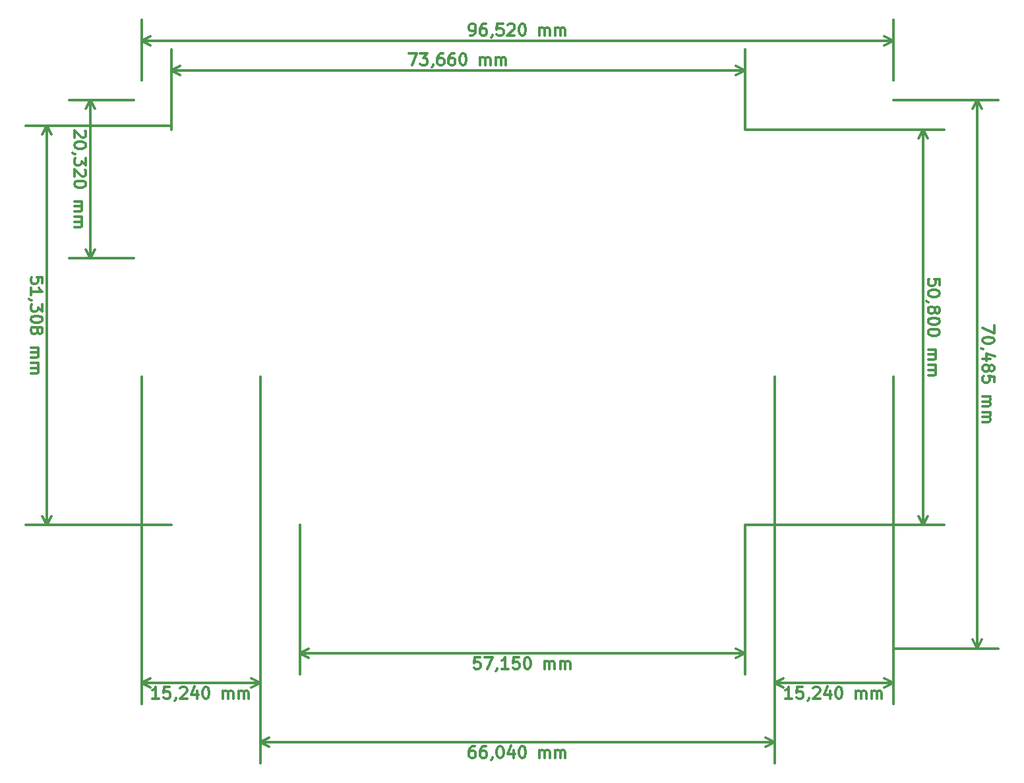
<source format=gbr>
%TF.GenerationSoftware,KiCad,Pcbnew,4.0.2+dfsg1-stable*%
%TF.CreationDate,2019-06-17T11:56:57+02:00*%
%TF.ProjectId,usbavrfloppy,757362617672666C6F7070792E6B6963,rev?*%
%TF.FileFunction,Other,User*%
%FSLAX46Y46*%
G04 Gerber Fmt 4.6, Leading zero omitted, Abs format (unit mm)*
G04 Created by KiCad (PCBNEW 4.0.2+dfsg1-stable) date lun 17 giu 2019 11:56:57 CEST*
%MOMM*%
G01*
G04 APERTURE LIST*
%ADD10C,0.100000*%
%ADD11C,0.300000*%
G04 APERTURE END LIST*
D10*
D11*
X91419429Y-81947430D02*
X91419429Y-81233144D01*
X90705143Y-81161715D01*
X90776571Y-81233144D01*
X90848000Y-81376001D01*
X90848000Y-81733144D01*
X90776571Y-81876001D01*
X90705143Y-81947430D01*
X90562286Y-82018858D01*
X90205143Y-82018858D01*
X90062286Y-81947430D01*
X89990857Y-81876001D01*
X89919429Y-81733144D01*
X89919429Y-81376001D01*
X89990857Y-81233144D01*
X90062286Y-81161715D01*
X89919429Y-83447429D02*
X89919429Y-82590286D01*
X89919429Y-83018858D02*
X91419429Y-83018858D01*
X91205143Y-82876001D01*
X91062286Y-82733143D01*
X90990857Y-82590286D01*
X89990857Y-84161714D02*
X89919429Y-84161714D01*
X89776571Y-84090286D01*
X89705143Y-84018857D01*
X91419429Y-84661715D02*
X91419429Y-85590286D01*
X90848000Y-85090286D01*
X90848000Y-85304572D01*
X90776571Y-85447429D01*
X90705143Y-85518858D01*
X90562286Y-85590286D01*
X90205143Y-85590286D01*
X90062286Y-85518858D01*
X89990857Y-85447429D01*
X89919429Y-85304572D01*
X89919429Y-84876000D01*
X89990857Y-84733143D01*
X90062286Y-84661715D01*
X91419429Y-86518857D02*
X91419429Y-86661714D01*
X91348000Y-86804571D01*
X91276571Y-86876000D01*
X91133714Y-86947429D01*
X90848000Y-87018857D01*
X90490857Y-87018857D01*
X90205143Y-86947429D01*
X90062286Y-86876000D01*
X89990857Y-86804571D01*
X89919429Y-86661714D01*
X89919429Y-86518857D01*
X89990857Y-86376000D01*
X90062286Y-86304571D01*
X90205143Y-86233143D01*
X90490857Y-86161714D01*
X90848000Y-86161714D01*
X91133714Y-86233143D01*
X91276571Y-86304571D01*
X91348000Y-86376000D01*
X91419429Y-86518857D01*
X90776571Y-87876000D02*
X90848000Y-87733142D01*
X90919429Y-87661714D01*
X91062286Y-87590285D01*
X91133714Y-87590285D01*
X91276571Y-87661714D01*
X91348000Y-87733142D01*
X91419429Y-87876000D01*
X91419429Y-88161714D01*
X91348000Y-88304571D01*
X91276571Y-88376000D01*
X91133714Y-88447428D01*
X91062286Y-88447428D01*
X90919429Y-88376000D01*
X90848000Y-88304571D01*
X90776571Y-88161714D01*
X90776571Y-87876000D01*
X90705143Y-87733142D01*
X90633714Y-87661714D01*
X90490857Y-87590285D01*
X90205143Y-87590285D01*
X90062286Y-87661714D01*
X89990857Y-87733142D01*
X89919429Y-87876000D01*
X89919429Y-88161714D01*
X89990857Y-88304571D01*
X90062286Y-88376000D01*
X90205143Y-88447428D01*
X90490857Y-88447428D01*
X90633714Y-88376000D01*
X90705143Y-88304571D01*
X90776571Y-88161714D01*
X89919429Y-90233142D02*
X90919429Y-90233142D01*
X90776571Y-90233142D02*
X90848000Y-90304570D01*
X90919429Y-90447428D01*
X90919429Y-90661713D01*
X90848000Y-90804570D01*
X90705143Y-90875999D01*
X89919429Y-90875999D01*
X90705143Y-90875999D02*
X90848000Y-90947428D01*
X90919429Y-91090285D01*
X90919429Y-91304570D01*
X90848000Y-91447428D01*
X90705143Y-91518856D01*
X89919429Y-91518856D01*
X89919429Y-92233142D02*
X90919429Y-92233142D01*
X90776571Y-92233142D02*
X90848000Y-92304570D01*
X90919429Y-92447428D01*
X90919429Y-92661713D01*
X90848000Y-92804570D01*
X90705143Y-92875999D01*
X89919429Y-92875999D01*
X90705143Y-92875999D02*
X90848000Y-92947428D01*
X90919429Y-93090285D01*
X90919429Y-93304570D01*
X90848000Y-93447428D01*
X90705143Y-93518856D01*
X89919429Y-93518856D01*
X91948000Y-61722000D02*
X91948000Y-113030000D01*
X107950000Y-61722000D02*
X89248000Y-61722000D01*
X107950000Y-113030000D02*
X89248000Y-113030000D01*
X91948000Y-113030000D02*
X91361579Y-111903496D01*
X91948000Y-113030000D02*
X92534421Y-111903496D01*
X91948000Y-61722000D02*
X91361579Y-62848504D01*
X91948000Y-61722000D02*
X92534421Y-62848504D01*
X146900001Y-141498571D02*
X146614287Y-141498571D01*
X146471430Y-141570000D01*
X146400001Y-141641429D01*
X146257144Y-141855714D01*
X146185715Y-142141429D01*
X146185715Y-142712857D01*
X146257144Y-142855714D01*
X146328572Y-142927143D01*
X146471430Y-142998571D01*
X146757144Y-142998571D01*
X146900001Y-142927143D01*
X146971430Y-142855714D01*
X147042858Y-142712857D01*
X147042858Y-142355714D01*
X146971430Y-142212857D01*
X146900001Y-142141429D01*
X146757144Y-142070000D01*
X146471430Y-142070000D01*
X146328572Y-142141429D01*
X146257144Y-142212857D01*
X146185715Y-142355714D01*
X148328572Y-141498571D02*
X148042858Y-141498571D01*
X147900001Y-141570000D01*
X147828572Y-141641429D01*
X147685715Y-141855714D01*
X147614286Y-142141429D01*
X147614286Y-142712857D01*
X147685715Y-142855714D01*
X147757143Y-142927143D01*
X147900001Y-142998571D01*
X148185715Y-142998571D01*
X148328572Y-142927143D01*
X148400001Y-142855714D01*
X148471429Y-142712857D01*
X148471429Y-142355714D01*
X148400001Y-142212857D01*
X148328572Y-142141429D01*
X148185715Y-142070000D01*
X147900001Y-142070000D01*
X147757143Y-142141429D01*
X147685715Y-142212857D01*
X147614286Y-142355714D01*
X149185714Y-142927143D02*
X149185714Y-142998571D01*
X149114286Y-143141429D01*
X149042857Y-143212857D01*
X150114286Y-141498571D02*
X150257143Y-141498571D01*
X150400000Y-141570000D01*
X150471429Y-141641429D01*
X150542858Y-141784286D01*
X150614286Y-142070000D01*
X150614286Y-142427143D01*
X150542858Y-142712857D01*
X150471429Y-142855714D01*
X150400000Y-142927143D01*
X150257143Y-142998571D01*
X150114286Y-142998571D01*
X149971429Y-142927143D01*
X149900000Y-142855714D01*
X149828572Y-142712857D01*
X149757143Y-142427143D01*
X149757143Y-142070000D01*
X149828572Y-141784286D01*
X149900000Y-141641429D01*
X149971429Y-141570000D01*
X150114286Y-141498571D01*
X151900000Y-141998571D02*
X151900000Y-142998571D01*
X151542857Y-141427143D02*
X151185714Y-142498571D01*
X152114286Y-142498571D01*
X152971428Y-141498571D02*
X153114285Y-141498571D01*
X153257142Y-141570000D01*
X153328571Y-141641429D01*
X153400000Y-141784286D01*
X153471428Y-142070000D01*
X153471428Y-142427143D01*
X153400000Y-142712857D01*
X153328571Y-142855714D01*
X153257142Y-142927143D01*
X153114285Y-142998571D01*
X152971428Y-142998571D01*
X152828571Y-142927143D01*
X152757142Y-142855714D01*
X152685714Y-142712857D01*
X152614285Y-142427143D01*
X152614285Y-142070000D01*
X152685714Y-141784286D01*
X152757142Y-141641429D01*
X152828571Y-141570000D01*
X152971428Y-141498571D01*
X155257142Y-142998571D02*
X155257142Y-141998571D01*
X155257142Y-142141429D02*
X155328570Y-142070000D01*
X155471428Y-141998571D01*
X155685713Y-141998571D01*
X155828570Y-142070000D01*
X155899999Y-142212857D01*
X155899999Y-142998571D01*
X155899999Y-142212857D02*
X155971428Y-142070000D01*
X156114285Y-141998571D01*
X156328570Y-141998571D01*
X156471428Y-142070000D01*
X156542856Y-142212857D01*
X156542856Y-142998571D01*
X157257142Y-142998571D02*
X157257142Y-141998571D01*
X157257142Y-142141429D02*
X157328570Y-142070000D01*
X157471428Y-141998571D01*
X157685713Y-141998571D01*
X157828570Y-142070000D01*
X157899999Y-142212857D01*
X157899999Y-142998571D01*
X157899999Y-142212857D02*
X157971428Y-142070000D01*
X158114285Y-141998571D01*
X158328570Y-141998571D01*
X158471428Y-142070000D01*
X158542856Y-142212857D01*
X158542856Y-142998571D01*
X185420000Y-140970000D02*
X119380000Y-140970000D01*
X185420000Y-128905000D02*
X185420000Y-143670000D01*
X119380000Y-128905000D02*
X119380000Y-143670000D01*
X119380000Y-140970000D02*
X120506504Y-140383579D01*
X119380000Y-140970000D02*
X120506504Y-141556421D01*
X185420000Y-140970000D02*
X184293496Y-140383579D01*
X185420000Y-140970000D02*
X184293496Y-141556421D01*
X187682858Y-135378571D02*
X186825715Y-135378571D01*
X187254287Y-135378571D02*
X187254287Y-133878571D01*
X187111430Y-134092857D01*
X186968572Y-134235714D01*
X186825715Y-134307143D01*
X189040001Y-133878571D02*
X188325715Y-133878571D01*
X188254286Y-134592857D01*
X188325715Y-134521429D01*
X188468572Y-134450000D01*
X188825715Y-134450000D01*
X188968572Y-134521429D01*
X189040001Y-134592857D01*
X189111429Y-134735714D01*
X189111429Y-135092857D01*
X189040001Y-135235714D01*
X188968572Y-135307143D01*
X188825715Y-135378571D01*
X188468572Y-135378571D01*
X188325715Y-135307143D01*
X188254286Y-135235714D01*
X189825714Y-135307143D02*
X189825714Y-135378571D01*
X189754286Y-135521429D01*
X189682857Y-135592857D01*
X190397143Y-134021429D02*
X190468572Y-133950000D01*
X190611429Y-133878571D01*
X190968572Y-133878571D01*
X191111429Y-133950000D01*
X191182858Y-134021429D01*
X191254286Y-134164286D01*
X191254286Y-134307143D01*
X191182858Y-134521429D01*
X190325715Y-135378571D01*
X191254286Y-135378571D01*
X192540000Y-134378571D02*
X192540000Y-135378571D01*
X192182857Y-133807143D02*
X191825714Y-134878571D01*
X192754286Y-134878571D01*
X193611428Y-133878571D02*
X193754285Y-133878571D01*
X193897142Y-133950000D01*
X193968571Y-134021429D01*
X194040000Y-134164286D01*
X194111428Y-134450000D01*
X194111428Y-134807143D01*
X194040000Y-135092857D01*
X193968571Y-135235714D01*
X193897142Y-135307143D01*
X193754285Y-135378571D01*
X193611428Y-135378571D01*
X193468571Y-135307143D01*
X193397142Y-135235714D01*
X193325714Y-135092857D01*
X193254285Y-134807143D01*
X193254285Y-134450000D01*
X193325714Y-134164286D01*
X193397142Y-134021429D01*
X193468571Y-133950000D01*
X193611428Y-133878571D01*
X195897142Y-135378571D02*
X195897142Y-134378571D01*
X195897142Y-134521429D02*
X195968570Y-134450000D01*
X196111428Y-134378571D01*
X196325713Y-134378571D01*
X196468570Y-134450000D01*
X196539999Y-134592857D01*
X196539999Y-135378571D01*
X196539999Y-134592857D02*
X196611428Y-134450000D01*
X196754285Y-134378571D01*
X196968570Y-134378571D01*
X197111428Y-134450000D01*
X197182856Y-134592857D01*
X197182856Y-135378571D01*
X197897142Y-135378571D02*
X197897142Y-134378571D01*
X197897142Y-134521429D02*
X197968570Y-134450000D01*
X198111428Y-134378571D01*
X198325713Y-134378571D01*
X198468570Y-134450000D01*
X198539999Y-134592857D01*
X198539999Y-135378571D01*
X198539999Y-134592857D02*
X198611428Y-134450000D01*
X198754285Y-134378571D01*
X198968570Y-134378571D01*
X199111428Y-134450000D01*
X199182856Y-134592857D01*
X199182856Y-135378571D01*
X200660000Y-133350000D02*
X185420000Y-133350000D01*
X200660000Y-93980000D02*
X200660000Y-136050000D01*
X185420000Y-93980000D02*
X185420000Y-136050000D01*
X185420000Y-133350000D02*
X186546504Y-132763579D01*
X185420000Y-133350000D02*
X186546504Y-133936421D01*
X200660000Y-133350000D02*
X199533496Y-132763579D01*
X200660000Y-133350000D02*
X199533496Y-133936421D01*
X106402858Y-135378571D02*
X105545715Y-135378571D01*
X105974287Y-135378571D02*
X105974287Y-133878571D01*
X105831430Y-134092857D01*
X105688572Y-134235714D01*
X105545715Y-134307143D01*
X107760001Y-133878571D02*
X107045715Y-133878571D01*
X106974286Y-134592857D01*
X107045715Y-134521429D01*
X107188572Y-134450000D01*
X107545715Y-134450000D01*
X107688572Y-134521429D01*
X107760001Y-134592857D01*
X107831429Y-134735714D01*
X107831429Y-135092857D01*
X107760001Y-135235714D01*
X107688572Y-135307143D01*
X107545715Y-135378571D01*
X107188572Y-135378571D01*
X107045715Y-135307143D01*
X106974286Y-135235714D01*
X108545714Y-135307143D02*
X108545714Y-135378571D01*
X108474286Y-135521429D01*
X108402857Y-135592857D01*
X109117143Y-134021429D02*
X109188572Y-133950000D01*
X109331429Y-133878571D01*
X109688572Y-133878571D01*
X109831429Y-133950000D01*
X109902858Y-134021429D01*
X109974286Y-134164286D01*
X109974286Y-134307143D01*
X109902858Y-134521429D01*
X109045715Y-135378571D01*
X109974286Y-135378571D01*
X111260000Y-134378571D02*
X111260000Y-135378571D01*
X110902857Y-133807143D02*
X110545714Y-134878571D01*
X111474286Y-134878571D01*
X112331428Y-133878571D02*
X112474285Y-133878571D01*
X112617142Y-133950000D01*
X112688571Y-134021429D01*
X112760000Y-134164286D01*
X112831428Y-134450000D01*
X112831428Y-134807143D01*
X112760000Y-135092857D01*
X112688571Y-135235714D01*
X112617142Y-135307143D01*
X112474285Y-135378571D01*
X112331428Y-135378571D01*
X112188571Y-135307143D01*
X112117142Y-135235714D01*
X112045714Y-135092857D01*
X111974285Y-134807143D01*
X111974285Y-134450000D01*
X112045714Y-134164286D01*
X112117142Y-134021429D01*
X112188571Y-133950000D01*
X112331428Y-133878571D01*
X114617142Y-135378571D02*
X114617142Y-134378571D01*
X114617142Y-134521429D02*
X114688570Y-134450000D01*
X114831428Y-134378571D01*
X115045713Y-134378571D01*
X115188570Y-134450000D01*
X115259999Y-134592857D01*
X115259999Y-135378571D01*
X115259999Y-134592857D02*
X115331428Y-134450000D01*
X115474285Y-134378571D01*
X115688570Y-134378571D01*
X115831428Y-134450000D01*
X115902856Y-134592857D01*
X115902856Y-135378571D01*
X116617142Y-135378571D02*
X116617142Y-134378571D01*
X116617142Y-134521429D02*
X116688570Y-134450000D01*
X116831428Y-134378571D01*
X117045713Y-134378571D01*
X117188570Y-134450000D01*
X117259999Y-134592857D01*
X117259999Y-135378571D01*
X117259999Y-134592857D02*
X117331428Y-134450000D01*
X117474285Y-134378571D01*
X117688570Y-134378571D01*
X117831428Y-134450000D01*
X117902856Y-134592857D01*
X117902856Y-135378571D01*
X119380000Y-133350000D02*
X104140000Y-133350000D01*
X119380000Y-93980000D02*
X119380000Y-136050000D01*
X104140000Y-93980000D02*
X104140000Y-136050000D01*
X104140000Y-133350000D02*
X105266504Y-132763579D01*
X104140000Y-133350000D02*
X105266504Y-133936421D01*
X119380000Y-133350000D02*
X118253496Y-132763579D01*
X119380000Y-133350000D02*
X118253496Y-133936421D01*
X213626429Y-87376787D02*
X213626429Y-88376787D01*
X212126429Y-87733930D01*
X213626429Y-89233929D02*
X213626429Y-89376786D01*
X213555000Y-89519643D01*
X213483571Y-89591072D01*
X213340714Y-89662501D01*
X213055000Y-89733929D01*
X212697857Y-89733929D01*
X212412143Y-89662501D01*
X212269286Y-89591072D01*
X212197857Y-89519643D01*
X212126429Y-89376786D01*
X212126429Y-89233929D01*
X212197857Y-89091072D01*
X212269286Y-89019643D01*
X212412143Y-88948215D01*
X212697857Y-88876786D01*
X213055000Y-88876786D01*
X213340714Y-88948215D01*
X213483571Y-89019643D01*
X213555000Y-89091072D01*
X213626429Y-89233929D01*
X212197857Y-90448214D02*
X212126429Y-90448214D01*
X211983571Y-90376786D01*
X211912143Y-90305357D01*
X213126429Y-91733929D02*
X212126429Y-91733929D01*
X213697857Y-91376786D02*
X212626429Y-91019643D01*
X212626429Y-91948215D01*
X212983571Y-92733929D02*
X213055000Y-92591071D01*
X213126429Y-92519643D01*
X213269286Y-92448214D01*
X213340714Y-92448214D01*
X213483571Y-92519643D01*
X213555000Y-92591071D01*
X213626429Y-92733929D01*
X213626429Y-93019643D01*
X213555000Y-93162500D01*
X213483571Y-93233929D01*
X213340714Y-93305357D01*
X213269286Y-93305357D01*
X213126429Y-93233929D01*
X213055000Y-93162500D01*
X212983571Y-93019643D01*
X212983571Y-92733929D01*
X212912143Y-92591071D01*
X212840714Y-92519643D01*
X212697857Y-92448214D01*
X212412143Y-92448214D01*
X212269286Y-92519643D01*
X212197857Y-92591071D01*
X212126429Y-92733929D01*
X212126429Y-93019643D01*
X212197857Y-93162500D01*
X212269286Y-93233929D01*
X212412143Y-93305357D01*
X212697857Y-93305357D01*
X212840714Y-93233929D01*
X212912143Y-93162500D01*
X212983571Y-93019643D01*
X213626429Y-94662500D02*
X213626429Y-93948214D01*
X212912143Y-93876785D01*
X212983571Y-93948214D01*
X213055000Y-94091071D01*
X213055000Y-94448214D01*
X212983571Y-94591071D01*
X212912143Y-94662500D01*
X212769286Y-94733928D01*
X212412143Y-94733928D01*
X212269286Y-94662500D01*
X212197857Y-94591071D01*
X212126429Y-94448214D01*
X212126429Y-94091071D01*
X212197857Y-93948214D01*
X212269286Y-93876785D01*
X212126429Y-96519642D02*
X213126429Y-96519642D01*
X212983571Y-96519642D02*
X213055000Y-96591070D01*
X213126429Y-96733928D01*
X213126429Y-96948213D01*
X213055000Y-97091070D01*
X212912143Y-97162499D01*
X212126429Y-97162499D01*
X212912143Y-97162499D02*
X213055000Y-97233928D01*
X213126429Y-97376785D01*
X213126429Y-97591070D01*
X213055000Y-97733928D01*
X212912143Y-97805356D01*
X212126429Y-97805356D01*
X212126429Y-98519642D02*
X213126429Y-98519642D01*
X212983571Y-98519642D02*
X213055000Y-98591070D01*
X213126429Y-98733928D01*
X213126429Y-98948213D01*
X213055000Y-99091070D01*
X212912143Y-99162499D01*
X212126429Y-99162499D01*
X212912143Y-99162499D02*
X213055000Y-99233928D01*
X213126429Y-99376785D01*
X213126429Y-99591070D01*
X213055000Y-99733928D01*
X212912143Y-99805356D01*
X212126429Y-99805356D01*
X211455000Y-58420000D02*
X211455000Y-128905000D01*
X200660000Y-58420000D02*
X214155000Y-58420000D01*
X200660000Y-128905000D02*
X214155000Y-128905000D01*
X211455000Y-128905000D02*
X210868579Y-127778496D01*
X211455000Y-128905000D02*
X212041421Y-127778496D01*
X211455000Y-58420000D02*
X210868579Y-59546504D01*
X211455000Y-58420000D02*
X212041421Y-59546504D01*
X206641429Y-82201430D02*
X206641429Y-81487144D01*
X205927143Y-81415715D01*
X205998571Y-81487144D01*
X206070000Y-81630001D01*
X206070000Y-81987144D01*
X205998571Y-82130001D01*
X205927143Y-82201430D01*
X205784286Y-82272858D01*
X205427143Y-82272858D01*
X205284286Y-82201430D01*
X205212857Y-82130001D01*
X205141429Y-81987144D01*
X205141429Y-81630001D01*
X205212857Y-81487144D01*
X205284286Y-81415715D01*
X206641429Y-83201429D02*
X206641429Y-83344286D01*
X206570000Y-83487143D01*
X206498571Y-83558572D01*
X206355714Y-83630001D01*
X206070000Y-83701429D01*
X205712857Y-83701429D01*
X205427143Y-83630001D01*
X205284286Y-83558572D01*
X205212857Y-83487143D01*
X205141429Y-83344286D01*
X205141429Y-83201429D01*
X205212857Y-83058572D01*
X205284286Y-82987143D01*
X205427143Y-82915715D01*
X205712857Y-82844286D01*
X206070000Y-82844286D01*
X206355714Y-82915715D01*
X206498571Y-82987143D01*
X206570000Y-83058572D01*
X206641429Y-83201429D01*
X205212857Y-84415714D02*
X205141429Y-84415714D01*
X204998571Y-84344286D01*
X204927143Y-84272857D01*
X205998571Y-85272858D02*
X206070000Y-85130000D01*
X206141429Y-85058572D01*
X206284286Y-84987143D01*
X206355714Y-84987143D01*
X206498571Y-85058572D01*
X206570000Y-85130000D01*
X206641429Y-85272858D01*
X206641429Y-85558572D01*
X206570000Y-85701429D01*
X206498571Y-85772858D01*
X206355714Y-85844286D01*
X206284286Y-85844286D01*
X206141429Y-85772858D01*
X206070000Y-85701429D01*
X205998571Y-85558572D01*
X205998571Y-85272858D01*
X205927143Y-85130000D01*
X205855714Y-85058572D01*
X205712857Y-84987143D01*
X205427143Y-84987143D01*
X205284286Y-85058572D01*
X205212857Y-85130000D01*
X205141429Y-85272858D01*
X205141429Y-85558572D01*
X205212857Y-85701429D01*
X205284286Y-85772858D01*
X205427143Y-85844286D01*
X205712857Y-85844286D01*
X205855714Y-85772858D01*
X205927143Y-85701429D01*
X205998571Y-85558572D01*
X206641429Y-86772857D02*
X206641429Y-86915714D01*
X206570000Y-87058571D01*
X206498571Y-87130000D01*
X206355714Y-87201429D01*
X206070000Y-87272857D01*
X205712857Y-87272857D01*
X205427143Y-87201429D01*
X205284286Y-87130000D01*
X205212857Y-87058571D01*
X205141429Y-86915714D01*
X205141429Y-86772857D01*
X205212857Y-86630000D01*
X205284286Y-86558571D01*
X205427143Y-86487143D01*
X205712857Y-86415714D01*
X206070000Y-86415714D01*
X206355714Y-86487143D01*
X206498571Y-86558571D01*
X206570000Y-86630000D01*
X206641429Y-86772857D01*
X206641429Y-88201428D02*
X206641429Y-88344285D01*
X206570000Y-88487142D01*
X206498571Y-88558571D01*
X206355714Y-88630000D01*
X206070000Y-88701428D01*
X205712857Y-88701428D01*
X205427143Y-88630000D01*
X205284286Y-88558571D01*
X205212857Y-88487142D01*
X205141429Y-88344285D01*
X205141429Y-88201428D01*
X205212857Y-88058571D01*
X205284286Y-87987142D01*
X205427143Y-87915714D01*
X205712857Y-87844285D01*
X206070000Y-87844285D01*
X206355714Y-87915714D01*
X206498571Y-87987142D01*
X206570000Y-88058571D01*
X206641429Y-88201428D01*
X205141429Y-90487142D02*
X206141429Y-90487142D01*
X205998571Y-90487142D02*
X206070000Y-90558570D01*
X206141429Y-90701428D01*
X206141429Y-90915713D01*
X206070000Y-91058570D01*
X205927143Y-91129999D01*
X205141429Y-91129999D01*
X205927143Y-91129999D02*
X206070000Y-91201428D01*
X206141429Y-91344285D01*
X206141429Y-91558570D01*
X206070000Y-91701428D01*
X205927143Y-91772856D01*
X205141429Y-91772856D01*
X205141429Y-92487142D02*
X206141429Y-92487142D01*
X205998571Y-92487142D02*
X206070000Y-92558570D01*
X206141429Y-92701428D01*
X206141429Y-92915713D01*
X206070000Y-93058570D01*
X205927143Y-93129999D01*
X205141429Y-93129999D01*
X205927143Y-93129999D02*
X206070000Y-93201428D01*
X206141429Y-93344285D01*
X206141429Y-93558570D01*
X206070000Y-93701428D01*
X205927143Y-93772856D01*
X205141429Y-93772856D01*
X204470000Y-62230000D02*
X204470000Y-113030000D01*
X181610000Y-62230000D02*
X207170000Y-62230000D01*
X181610000Y-113030000D02*
X207170000Y-113030000D01*
X204470000Y-113030000D02*
X203883579Y-111903496D01*
X204470000Y-113030000D02*
X205056421Y-111903496D01*
X204470000Y-62230000D02*
X203883579Y-63356504D01*
X204470000Y-62230000D02*
X205056421Y-63356504D01*
X138494287Y-52438571D02*
X139494287Y-52438571D01*
X138851430Y-53938571D01*
X139922858Y-52438571D02*
X140851429Y-52438571D01*
X140351429Y-53010000D01*
X140565715Y-53010000D01*
X140708572Y-53081429D01*
X140780001Y-53152857D01*
X140851429Y-53295714D01*
X140851429Y-53652857D01*
X140780001Y-53795714D01*
X140708572Y-53867143D01*
X140565715Y-53938571D01*
X140137143Y-53938571D01*
X139994286Y-53867143D01*
X139922858Y-53795714D01*
X141565714Y-53867143D02*
X141565714Y-53938571D01*
X141494286Y-54081429D01*
X141422857Y-54152857D01*
X142851429Y-52438571D02*
X142565715Y-52438571D01*
X142422858Y-52510000D01*
X142351429Y-52581429D01*
X142208572Y-52795714D01*
X142137143Y-53081429D01*
X142137143Y-53652857D01*
X142208572Y-53795714D01*
X142280000Y-53867143D01*
X142422858Y-53938571D01*
X142708572Y-53938571D01*
X142851429Y-53867143D01*
X142922858Y-53795714D01*
X142994286Y-53652857D01*
X142994286Y-53295714D01*
X142922858Y-53152857D01*
X142851429Y-53081429D01*
X142708572Y-53010000D01*
X142422858Y-53010000D01*
X142280000Y-53081429D01*
X142208572Y-53152857D01*
X142137143Y-53295714D01*
X144280000Y-52438571D02*
X143994286Y-52438571D01*
X143851429Y-52510000D01*
X143780000Y-52581429D01*
X143637143Y-52795714D01*
X143565714Y-53081429D01*
X143565714Y-53652857D01*
X143637143Y-53795714D01*
X143708571Y-53867143D01*
X143851429Y-53938571D01*
X144137143Y-53938571D01*
X144280000Y-53867143D01*
X144351429Y-53795714D01*
X144422857Y-53652857D01*
X144422857Y-53295714D01*
X144351429Y-53152857D01*
X144280000Y-53081429D01*
X144137143Y-53010000D01*
X143851429Y-53010000D01*
X143708571Y-53081429D01*
X143637143Y-53152857D01*
X143565714Y-53295714D01*
X145351428Y-52438571D02*
X145494285Y-52438571D01*
X145637142Y-52510000D01*
X145708571Y-52581429D01*
X145780000Y-52724286D01*
X145851428Y-53010000D01*
X145851428Y-53367143D01*
X145780000Y-53652857D01*
X145708571Y-53795714D01*
X145637142Y-53867143D01*
X145494285Y-53938571D01*
X145351428Y-53938571D01*
X145208571Y-53867143D01*
X145137142Y-53795714D01*
X145065714Y-53652857D01*
X144994285Y-53367143D01*
X144994285Y-53010000D01*
X145065714Y-52724286D01*
X145137142Y-52581429D01*
X145208571Y-52510000D01*
X145351428Y-52438571D01*
X147637142Y-53938571D02*
X147637142Y-52938571D01*
X147637142Y-53081429D02*
X147708570Y-53010000D01*
X147851428Y-52938571D01*
X148065713Y-52938571D01*
X148208570Y-53010000D01*
X148279999Y-53152857D01*
X148279999Y-53938571D01*
X148279999Y-53152857D02*
X148351428Y-53010000D01*
X148494285Y-52938571D01*
X148708570Y-52938571D01*
X148851428Y-53010000D01*
X148922856Y-53152857D01*
X148922856Y-53938571D01*
X149637142Y-53938571D02*
X149637142Y-52938571D01*
X149637142Y-53081429D02*
X149708570Y-53010000D01*
X149851428Y-52938571D01*
X150065713Y-52938571D01*
X150208570Y-53010000D01*
X150279999Y-53152857D01*
X150279999Y-53938571D01*
X150279999Y-53152857D02*
X150351428Y-53010000D01*
X150494285Y-52938571D01*
X150708570Y-52938571D01*
X150851428Y-53010000D01*
X150922856Y-53152857D01*
X150922856Y-53938571D01*
X181610000Y-54610000D02*
X107950000Y-54610000D01*
X181610000Y-62230000D02*
X181610000Y-51910000D01*
X107950000Y-62230000D02*
X107950000Y-51910000D01*
X107950000Y-54610000D02*
X109076504Y-54023579D01*
X107950000Y-54610000D02*
X109076504Y-55196421D01*
X181610000Y-54610000D02*
X180483496Y-54023579D01*
X181610000Y-54610000D02*
X180483496Y-55196421D01*
X147606430Y-130068571D02*
X146892144Y-130068571D01*
X146820715Y-130782857D01*
X146892144Y-130711429D01*
X147035001Y-130640000D01*
X147392144Y-130640000D01*
X147535001Y-130711429D01*
X147606430Y-130782857D01*
X147677858Y-130925714D01*
X147677858Y-131282857D01*
X147606430Y-131425714D01*
X147535001Y-131497143D01*
X147392144Y-131568571D01*
X147035001Y-131568571D01*
X146892144Y-131497143D01*
X146820715Y-131425714D01*
X148177858Y-130068571D02*
X149177858Y-130068571D01*
X148535001Y-131568571D01*
X149820714Y-131497143D02*
X149820714Y-131568571D01*
X149749286Y-131711429D01*
X149677857Y-131782857D01*
X151249286Y-131568571D02*
X150392143Y-131568571D01*
X150820715Y-131568571D02*
X150820715Y-130068571D01*
X150677858Y-130282857D01*
X150535000Y-130425714D01*
X150392143Y-130497143D01*
X152606429Y-130068571D02*
X151892143Y-130068571D01*
X151820714Y-130782857D01*
X151892143Y-130711429D01*
X152035000Y-130640000D01*
X152392143Y-130640000D01*
X152535000Y-130711429D01*
X152606429Y-130782857D01*
X152677857Y-130925714D01*
X152677857Y-131282857D01*
X152606429Y-131425714D01*
X152535000Y-131497143D01*
X152392143Y-131568571D01*
X152035000Y-131568571D01*
X151892143Y-131497143D01*
X151820714Y-131425714D01*
X153606428Y-130068571D02*
X153749285Y-130068571D01*
X153892142Y-130140000D01*
X153963571Y-130211429D01*
X154035000Y-130354286D01*
X154106428Y-130640000D01*
X154106428Y-130997143D01*
X154035000Y-131282857D01*
X153963571Y-131425714D01*
X153892142Y-131497143D01*
X153749285Y-131568571D01*
X153606428Y-131568571D01*
X153463571Y-131497143D01*
X153392142Y-131425714D01*
X153320714Y-131282857D01*
X153249285Y-130997143D01*
X153249285Y-130640000D01*
X153320714Y-130354286D01*
X153392142Y-130211429D01*
X153463571Y-130140000D01*
X153606428Y-130068571D01*
X155892142Y-131568571D02*
X155892142Y-130568571D01*
X155892142Y-130711429D02*
X155963570Y-130640000D01*
X156106428Y-130568571D01*
X156320713Y-130568571D01*
X156463570Y-130640000D01*
X156534999Y-130782857D01*
X156534999Y-131568571D01*
X156534999Y-130782857D02*
X156606428Y-130640000D01*
X156749285Y-130568571D01*
X156963570Y-130568571D01*
X157106428Y-130640000D01*
X157177856Y-130782857D01*
X157177856Y-131568571D01*
X157892142Y-131568571D02*
X157892142Y-130568571D01*
X157892142Y-130711429D02*
X157963570Y-130640000D01*
X158106428Y-130568571D01*
X158320713Y-130568571D01*
X158463570Y-130640000D01*
X158534999Y-130782857D01*
X158534999Y-131568571D01*
X158534999Y-130782857D02*
X158606428Y-130640000D01*
X158749285Y-130568571D01*
X158963570Y-130568571D01*
X159106428Y-130640000D01*
X159177856Y-130782857D01*
X159177856Y-131568571D01*
X124460000Y-129540000D02*
X181610000Y-129540000D01*
X124460000Y-113030000D02*
X124460000Y-132240000D01*
X181610000Y-113030000D02*
X181610000Y-132240000D01*
X181610000Y-129540000D02*
X180483496Y-130126421D01*
X181610000Y-129540000D02*
X180483496Y-128953579D01*
X124460000Y-129540000D02*
X125586504Y-130126421D01*
X124460000Y-129540000D02*
X125586504Y-128953579D01*
X96864571Y-62365715D02*
X96936000Y-62437144D01*
X97007429Y-62580001D01*
X97007429Y-62937144D01*
X96936000Y-63080001D01*
X96864571Y-63151430D01*
X96721714Y-63222858D01*
X96578857Y-63222858D01*
X96364571Y-63151430D01*
X95507429Y-62294287D01*
X95507429Y-63222858D01*
X97007429Y-64151429D02*
X97007429Y-64294286D01*
X96936000Y-64437143D01*
X96864571Y-64508572D01*
X96721714Y-64580001D01*
X96436000Y-64651429D01*
X96078857Y-64651429D01*
X95793143Y-64580001D01*
X95650286Y-64508572D01*
X95578857Y-64437143D01*
X95507429Y-64294286D01*
X95507429Y-64151429D01*
X95578857Y-64008572D01*
X95650286Y-63937143D01*
X95793143Y-63865715D01*
X96078857Y-63794286D01*
X96436000Y-63794286D01*
X96721714Y-63865715D01*
X96864571Y-63937143D01*
X96936000Y-64008572D01*
X97007429Y-64151429D01*
X95578857Y-65365714D02*
X95507429Y-65365714D01*
X95364571Y-65294286D01*
X95293143Y-65222857D01*
X97007429Y-65865715D02*
X97007429Y-66794286D01*
X96436000Y-66294286D01*
X96436000Y-66508572D01*
X96364571Y-66651429D01*
X96293143Y-66722858D01*
X96150286Y-66794286D01*
X95793143Y-66794286D01*
X95650286Y-66722858D01*
X95578857Y-66651429D01*
X95507429Y-66508572D01*
X95507429Y-66080000D01*
X95578857Y-65937143D01*
X95650286Y-65865715D01*
X96864571Y-67365714D02*
X96936000Y-67437143D01*
X97007429Y-67580000D01*
X97007429Y-67937143D01*
X96936000Y-68080000D01*
X96864571Y-68151429D01*
X96721714Y-68222857D01*
X96578857Y-68222857D01*
X96364571Y-68151429D01*
X95507429Y-67294286D01*
X95507429Y-68222857D01*
X97007429Y-69151428D02*
X97007429Y-69294285D01*
X96936000Y-69437142D01*
X96864571Y-69508571D01*
X96721714Y-69580000D01*
X96436000Y-69651428D01*
X96078857Y-69651428D01*
X95793143Y-69580000D01*
X95650286Y-69508571D01*
X95578857Y-69437142D01*
X95507429Y-69294285D01*
X95507429Y-69151428D01*
X95578857Y-69008571D01*
X95650286Y-68937142D01*
X95793143Y-68865714D01*
X96078857Y-68794285D01*
X96436000Y-68794285D01*
X96721714Y-68865714D01*
X96864571Y-68937142D01*
X96936000Y-69008571D01*
X97007429Y-69151428D01*
X95507429Y-71437142D02*
X96507429Y-71437142D01*
X96364571Y-71437142D02*
X96436000Y-71508570D01*
X96507429Y-71651428D01*
X96507429Y-71865713D01*
X96436000Y-72008570D01*
X96293143Y-72079999D01*
X95507429Y-72079999D01*
X96293143Y-72079999D02*
X96436000Y-72151428D01*
X96507429Y-72294285D01*
X96507429Y-72508570D01*
X96436000Y-72651428D01*
X96293143Y-72722856D01*
X95507429Y-72722856D01*
X95507429Y-73437142D02*
X96507429Y-73437142D01*
X96364571Y-73437142D02*
X96436000Y-73508570D01*
X96507429Y-73651428D01*
X96507429Y-73865713D01*
X96436000Y-74008570D01*
X96293143Y-74079999D01*
X95507429Y-74079999D01*
X96293143Y-74079999D02*
X96436000Y-74151428D01*
X96507429Y-74294285D01*
X96507429Y-74508570D01*
X96436000Y-74651428D01*
X96293143Y-74722856D01*
X95507429Y-74722856D01*
X97536000Y-58420000D02*
X97536000Y-78740000D01*
X103124000Y-58420000D02*
X94836000Y-58420000D01*
X103124000Y-78740000D02*
X94836000Y-78740000D01*
X97536000Y-78740000D02*
X96949579Y-77613496D01*
X97536000Y-78740000D02*
X98122421Y-77613496D01*
X97536000Y-58420000D02*
X96949579Y-59546504D01*
X97536000Y-58420000D02*
X98122421Y-59546504D01*
X146328572Y-50128571D02*
X146614287Y-50128571D01*
X146757144Y-50057143D01*
X146828572Y-49985714D01*
X146971430Y-49771429D01*
X147042858Y-49485714D01*
X147042858Y-48914286D01*
X146971430Y-48771429D01*
X146900001Y-48700000D01*
X146757144Y-48628571D01*
X146471430Y-48628571D01*
X146328572Y-48700000D01*
X146257144Y-48771429D01*
X146185715Y-48914286D01*
X146185715Y-49271429D01*
X146257144Y-49414286D01*
X146328572Y-49485714D01*
X146471430Y-49557143D01*
X146757144Y-49557143D01*
X146900001Y-49485714D01*
X146971430Y-49414286D01*
X147042858Y-49271429D01*
X148328572Y-48628571D02*
X148042858Y-48628571D01*
X147900001Y-48700000D01*
X147828572Y-48771429D01*
X147685715Y-48985714D01*
X147614286Y-49271429D01*
X147614286Y-49842857D01*
X147685715Y-49985714D01*
X147757143Y-50057143D01*
X147900001Y-50128571D01*
X148185715Y-50128571D01*
X148328572Y-50057143D01*
X148400001Y-49985714D01*
X148471429Y-49842857D01*
X148471429Y-49485714D01*
X148400001Y-49342857D01*
X148328572Y-49271429D01*
X148185715Y-49200000D01*
X147900001Y-49200000D01*
X147757143Y-49271429D01*
X147685715Y-49342857D01*
X147614286Y-49485714D01*
X149185714Y-50057143D02*
X149185714Y-50128571D01*
X149114286Y-50271429D01*
X149042857Y-50342857D01*
X150542858Y-48628571D02*
X149828572Y-48628571D01*
X149757143Y-49342857D01*
X149828572Y-49271429D01*
X149971429Y-49200000D01*
X150328572Y-49200000D01*
X150471429Y-49271429D01*
X150542858Y-49342857D01*
X150614286Y-49485714D01*
X150614286Y-49842857D01*
X150542858Y-49985714D01*
X150471429Y-50057143D01*
X150328572Y-50128571D01*
X149971429Y-50128571D01*
X149828572Y-50057143D01*
X149757143Y-49985714D01*
X151185714Y-48771429D02*
X151257143Y-48700000D01*
X151400000Y-48628571D01*
X151757143Y-48628571D01*
X151900000Y-48700000D01*
X151971429Y-48771429D01*
X152042857Y-48914286D01*
X152042857Y-49057143D01*
X151971429Y-49271429D01*
X151114286Y-50128571D01*
X152042857Y-50128571D01*
X152971428Y-48628571D02*
X153114285Y-48628571D01*
X153257142Y-48700000D01*
X153328571Y-48771429D01*
X153400000Y-48914286D01*
X153471428Y-49200000D01*
X153471428Y-49557143D01*
X153400000Y-49842857D01*
X153328571Y-49985714D01*
X153257142Y-50057143D01*
X153114285Y-50128571D01*
X152971428Y-50128571D01*
X152828571Y-50057143D01*
X152757142Y-49985714D01*
X152685714Y-49842857D01*
X152614285Y-49557143D01*
X152614285Y-49200000D01*
X152685714Y-48914286D01*
X152757142Y-48771429D01*
X152828571Y-48700000D01*
X152971428Y-48628571D01*
X155257142Y-50128571D02*
X155257142Y-49128571D01*
X155257142Y-49271429D02*
X155328570Y-49200000D01*
X155471428Y-49128571D01*
X155685713Y-49128571D01*
X155828570Y-49200000D01*
X155899999Y-49342857D01*
X155899999Y-50128571D01*
X155899999Y-49342857D02*
X155971428Y-49200000D01*
X156114285Y-49128571D01*
X156328570Y-49128571D01*
X156471428Y-49200000D01*
X156542856Y-49342857D01*
X156542856Y-50128571D01*
X157257142Y-50128571D02*
X157257142Y-49128571D01*
X157257142Y-49271429D02*
X157328570Y-49200000D01*
X157471428Y-49128571D01*
X157685713Y-49128571D01*
X157828570Y-49200000D01*
X157899999Y-49342857D01*
X157899999Y-50128571D01*
X157899999Y-49342857D02*
X157971428Y-49200000D01*
X158114285Y-49128571D01*
X158328570Y-49128571D01*
X158471428Y-49200000D01*
X158542856Y-49342857D01*
X158542856Y-50128571D01*
X104140000Y-50800000D02*
X200660000Y-50800000D01*
X104140000Y-55880000D02*
X104140000Y-48100000D01*
X200660000Y-55880000D02*
X200660000Y-48100000D01*
X200660000Y-50800000D02*
X199533496Y-51386421D01*
X200660000Y-50800000D02*
X199533496Y-50213579D01*
X104140000Y-50800000D02*
X105266504Y-51386421D01*
X104140000Y-50800000D02*
X105266504Y-50213579D01*
M02*

</source>
